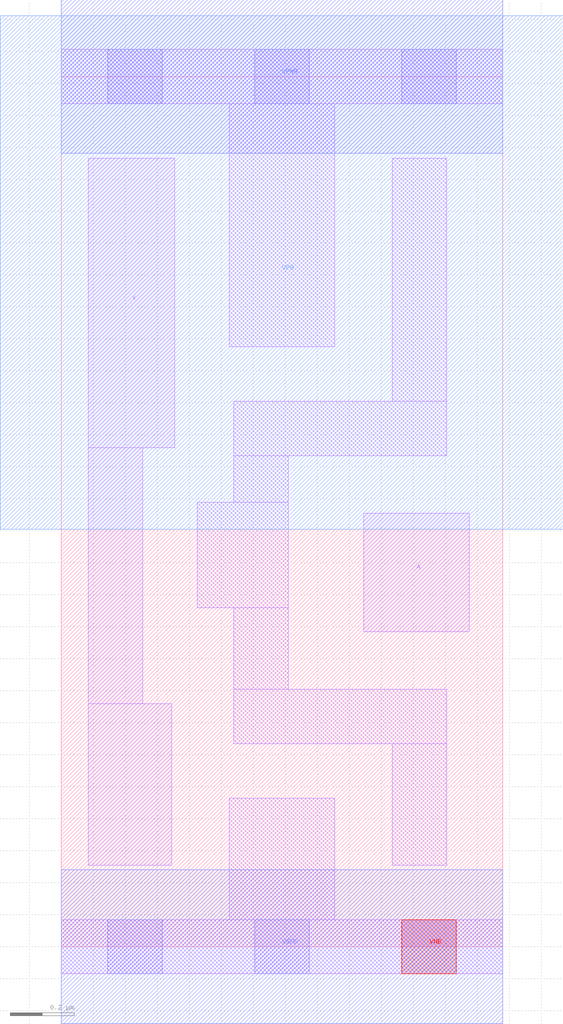
<source format=lef>
# Copyright 2020 The SkyWater PDK Authors
#
# Licensed under the Apache License, Version 2.0 (the "License");
# you may not use this file except in compliance with the License.
# You may obtain a copy of the License at
#
#     https://www.apache.org/licenses/LICENSE-2.0
#
# Unless required by applicable law or agreed to in writing, software
# distributed under the License is distributed on an "AS IS" BASIS,
# WITHOUT WARRANTIES OR CONDITIONS OF ANY KIND, either express or implied.
# See the License for the specific language governing permissions and
# limitations under the License.
#
# SPDX-License-Identifier: Apache-2.0

VERSION 5.7 ;
  NOWIREEXTENSIONATPIN ON ;
  DIVIDERCHAR "/" ;
  BUSBITCHARS "[]" ;
MACRO sky130_fd_sc_hd__clkbuf_1
  CLASS CORE ;
  FOREIGN sky130_fd_sc_hd__clkbuf_1 ;
  ORIGIN  0.000000  0.000000 ;
  SIZE  1.380000 BY  2.720000 ;
  SYMMETRY X Y R90 ;
  SITE unithd ;
  PIN A
    ANTENNAGATEAREA  0.196500 ;
    DIRECTION INPUT ;
    USE SIGNAL ;
    PORT
      LAYER li1 ;
        RECT 0.945000 0.985000 1.275000 1.355000 ;
    END
  END A
  PIN VNB
    PORT
      LAYER pwell ;
        RECT 1.065000 -0.085000 1.235000 0.085000 ;
    END
  END VNB
  PIN VPB
    PORT
      LAYER nwell ;
        RECT -0.190000 1.305000 1.570000 2.910000 ;
    END
  END VPB
  PIN X
    ANTENNADIFFAREA  0.340600 ;
    DIRECTION OUTPUT ;
    USE SIGNAL ;
    PORT
      LAYER li1 ;
        RECT 0.085000 0.255000 0.345000 0.760000 ;
        RECT 0.085000 0.760000 0.255000 1.560000 ;
        RECT 0.085000 1.560000 0.355000 2.465000 ;
    END
  END X
  PIN VGND
    DIRECTION INOUT ;
    SHAPE ABUTMENT ;
    USE GROUND ;
    PORT
      LAYER met1 ;
        RECT 0.000000 -0.240000 1.380000 0.240000 ;
    END
  END VGND
  PIN VPWR
    DIRECTION INOUT ;
    SHAPE ABUTMENT ;
    USE POWER ;
    PORT
      LAYER met1 ;
        RECT 0.000000 2.480000 1.380000 2.960000 ;
    END
  END VPWR
  OBS
    LAYER li1 ;
      RECT 0.000000 -0.085000 1.380000 0.085000 ;
      RECT 0.000000  2.635000 1.380000 2.805000 ;
      RECT 0.425000  1.060000 0.710000 1.390000 ;
      RECT 0.525000  0.085000 0.855000 0.465000 ;
      RECT 0.525000  1.875000 0.855000 2.635000 ;
      RECT 0.540000  0.635000 1.205000 0.805000 ;
      RECT 0.540000  0.805000 0.710000 1.060000 ;
      RECT 0.540000  1.390000 0.710000 1.535000 ;
      RECT 0.540000  1.535000 1.205000 1.705000 ;
      RECT 1.035000  0.255000 1.205000 0.635000 ;
      RECT 1.035000  1.705000 1.205000 2.465000 ;
    LAYER mcon ;
      RECT 0.145000 -0.085000 0.315000 0.085000 ;
      RECT 0.145000  2.635000 0.315000 2.805000 ;
      RECT 0.605000 -0.085000 0.775000 0.085000 ;
      RECT 0.605000  2.635000 0.775000 2.805000 ;
      RECT 1.065000 -0.085000 1.235000 0.085000 ;
      RECT 1.065000  2.635000 1.235000 2.805000 ;
  END
END sky130_fd_sc_hd__clkbuf_1
END LIBRARY

</source>
